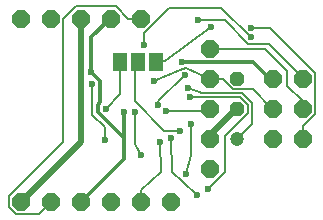
<source format=gbl>
G75*
G70*
%OFA0B0*%
%FSLAX24Y24*%
%IPPOS*%
%LPD*%
%AMOC8*
5,1,8,0,0,1.08239X$1,22.5*
%
%ADD10OC8,0.0600*%
%ADD11C,0.0472*%
%ADD12OC8,0.0472*%
%ADD13R,0.0460X0.0630*%
%ADD14C,0.0200*%
%ADD15C,0.0060*%
%ADD16C,0.0236*%
%ADD17C,0.0120*%
D10*
X001798Y000826D03*
X002798Y000826D03*
X003798Y000826D03*
X004798Y000826D03*
X005798Y000826D03*
X006798Y000826D03*
X008098Y001926D03*
X008098Y002926D03*
X008098Y003926D03*
X008098Y004926D03*
X008098Y005926D03*
X010198Y004926D03*
X011198Y004926D03*
X011198Y003926D03*
X010198Y003926D03*
X010198Y002926D03*
X011198Y002926D03*
X005798Y006926D03*
X004798Y006926D03*
X003798Y006926D03*
X002798Y006926D03*
X001798Y006926D03*
D11*
X008998Y002926D03*
D12*
X008998Y003926D03*
X008998Y004926D03*
D13*
X006308Y005486D03*
X005708Y005486D03*
X005108Y005486D03*
D14*
X003798Y006926D02*
X003788Y006926D01*
X003788Y002816D01*
X001798Y000826D01*
X008098Y002926D02*
X008108Y002936D01*
X008108Y003056D01*
X008978Y003926D01*
X008998Y003926D01*
D15*
X001628Y000416D02*
X001388Y000656D01*
X001388Y001016D01*
X003188Y002816D01*
X003188Y006896D01*
X003638Y007346D01*
X004958Y007346D01*
X005378Y006926D01*
X005798Y006926D01*
X005888Y006446D02*
X006728Y007286D01*
X008468Y007286D01*
X009458Y006296D01*
X009368Y006086D02*
X008588Y006866D01*
X007688Y006866D01*
X008138Y006636D02*
X006598Y005516D01*
X006308Y005486D01*
X005708Y005486D02*
X005588Y005366D01*
X005588Y004166D01*
X006558Y003166D01*
X007098Y003166D01*
X006808Y002946D02*
X006838Y001816D01*
X007178Y001496D01*
X007658Y001046D01*
X008018Y001256D02*
X008588Y001826D01*
X008588Y002996D01*
X009368Y003776D01*
X009368Y004046D01*
X009098Y004316D01*
X007848Y004316D01*
X007448Y004326D01*
X007368Y004626D02*
X007838Y004446D01*
X009158Y004436D01*
X009488Y004106D01*
X009488Y003416D01*
X008998Y002926D01*
X008078Y003926D02*
X007988Y003836D01*
X006638Y003836D01*
X006368Y004046D02*
X006368Y004166D01*
X007258Y005046D01*
X007308Y005286D02*
X007088Y005226D01*
X006218Y004836D01*
X007308Y005286D02*
X008098Y004926D01*
X008108Y004916D01*
X008528Y004916D01*
X008878Y004586D01*
X009538Y004586D01*
X010178Y003926D01*
X010198Y003926D01*
X010208Y003926D01*
X010678Y004686D02*
X011198Y004166D01*
X011198Y003926D01*
X011588Y003746D02*
X011588Y005096D01*
X010088Y006596D01*
X009458Y006596D01*
X009368Y006086D02*
X010068Y006086D01*
X011208Y004946D01*
X011198Y004946D01*
X011198Y004926D01*
X010678Y004686D02*
X010668Y005176D01*
X009928Y005926D01*
X008098Y005926D01*
X005888Y006056D02*
X005888Y006446D01*
X005108Y005486D02*
X005108Y004406D01*
X004628Y003926D01*
X004178Y003716D02*
X004178Y004736D01*
X005588Y003806D02*
X005588Y002756D01*
X005798Y002376D01*
X006448Y002806D02*
X006458Y001796D01*
X005798Y001216D01*
X005798Y000826D01*
X007308Y001746D02*
X007478Y002376D01*
X007478Y003406D01*
X008078Y003926D02*
X008098Y003926D01*
X011198Y003356D02*
X011198Y002926D01*
X011198Y003356D02*
X011588Y003746D01*
X004598Y003296D02*
X004598Y002876D01*
X004598Y003296D02*
X004178Y003716D01*
X002798Y000826D02*
X002798Y000806D01*
X002408Y000416D01*
X001628Y000416D01*
D16*
X004598Y002876D03*
X005798Y002376D03*
X006448Y002806D03*
X006808Y002946D03*
X007098Y003166D03*
X007478Y003406D03*
X006638Y003836D03*
X006368Y004046D03*
X005588Y003806D03*
X005228Y003806D03*
X004628Y003926D03*
X004178Y004736D03*
X004148Y005156D03*
X005888Y006056D03*
X007168Y005486D03*
X007258Y005046D03*
X007368Y004626D03*
X007448Y004326D03*
X006218Y004836D03*
X008138Y006636D03*
X007688Y006866D03*
X009458Y006596D03*
X009458Y006296D03*
X007308Y001746D03*
X008018Y001256D03*
X007658Y001046D03*
D17*
X005228Y002246D02*
X003818Y000836D01*
X003798Y000826D01*
X005228Y002246D02*
X005228Y002966D01*
X005198Y002966D01*
X004358Y003806D01*
X004358Y004046D01*
X004448Y004136D01*
X004448Y004856D01*
X004148Y005156D01*
X004148Y006296D01*
X004778Y006926D01*
X004798Y006926D01*
X007168Y005486D02*
X009518Y005486D01*
X010058Y004946D01*
X010178Y004946D01*
X010198Y004926D01*
X005228Y003806D02*
X005228Y002966D01*
M02*

</source>
